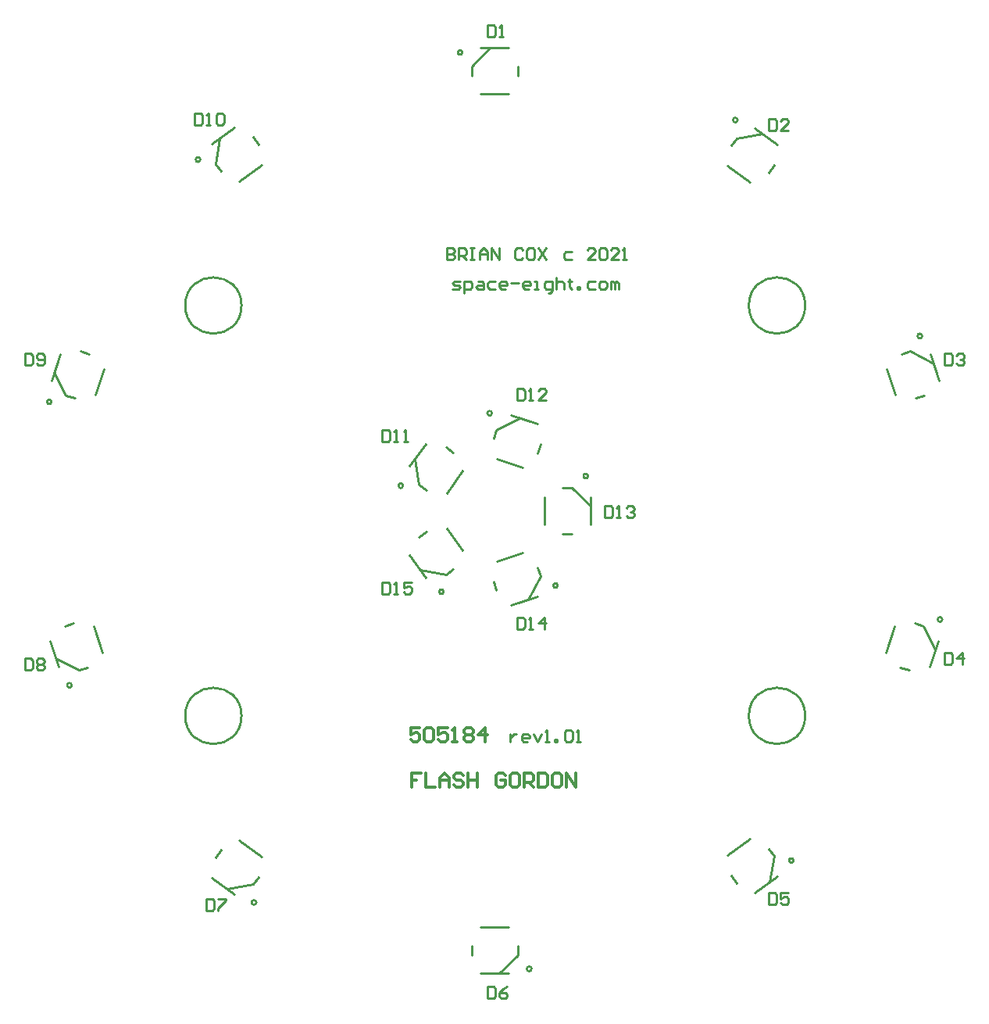
<source format=gto>
%FSLAX25Y25*%
%MOIN*%
G70*
G01*
G75*
G04 Layer_Color=65535*
%ADD10R,0.05906X0.05906*%
%ADD11P,0.08352X4X189.0*%
%ADD12P,0.08352X4X153.0*%
%ADD13P,0.08352X4X117.0*%
%ADD14P,0.08352X4X81.0*%
%ADD15P,0.08352X4X279.0*%
%ADD16P,0.08352X4X207.0*%
%ADD17R,0.05906X0.05906*%
%ADD18P,0.08352X4X63.0*%
%ADD19P,0.08352X4X351.0*%
%ADD20C,0.05000*%
%ADD21C,0.02500*%
%ADD22C,0.12500*%
%ADD23R,0.12500X0.12500*%
%ADD24C,0.16500*%
%ADD25C,0.04000*%
%ADD26R,0.08000X0.05000*%
%ADD27R,0.05000X0.08000*%
%ADD28R,0.17716X0.12205*%
%ADD29C,0.01000*%
%ADD30C,0.01200*%
D29*
X655500Y460500D02*
G03*
X655500Y460500I-12000J0D01*
G01*
X415000Y635500D02*
G03*
X415000Y635500I-12000J0D01*
G01*
X655500D02*
G03*
X655500Y635500I-12000J0D01*
G01*
X415000Y460500D02*
G03*
X415000Y460500I-12000J0D01*
G01*
X509221Y743374D02*
G03*
X509221Y743374I-984J0D01*
G01*
X626668Y714548D02*
G03*
X626668Y714548I-984J0D01*
G01*
X705411Y622474D02*
G03*
X705411Y622474I-984J0D01*
G01*
X714035Y501608D02*
G03*
X714035Y501608I-984J0D01*
G01*
X650557Y398808D02*
G03*
X650557Y398808I-984J0D01*
G01*
X538748Y352626D02*
G03*
X538748Y352626I-984J0D01*
G01*
X421300Y380952D02*
G03*
X421300Y380952I-984J0D01*
G01*
X342558Y473526D02*
G03*
X342558Y473526I-984J0D01*
G01*
X333933Y594392D02*
G03*
X333933Y594392I-984J0D01*
G01*
X397412Y697692D02*
G03*
X397412Y697692I-984J0D01*
G01*
X483936Y558684D02*
G03*
X483936Y558684I-984J0D01*
G01*
X521876Y589551D02*
G03*
X521876Y589551I-984J0D01*
G01*
X562858Y562764D02*
G03*
X562858Y562764I-984J0D01*
G01*
X549959Y516074D02*
G03*
X549959Y516074I-984J0D01*
G01*
X501292Y513428D02*
G03*
X501292Y513428I-984J0D01*
G01*
X513158Y737468D02*
X521032Y745342D01*
X517095Y725658D02*
X528905D01*
X517095Y745342D02*
X528905D01*
X532842Y733532D02*
Y737468D01*
X513158Y733532D02*
Y737468D01*
X626194Y706878D02*
X637193Y708620D01*
X622437Y695008D02*
X631992Y688066D01*
X634008Y710934D02*
X643563Y703992D01*
X639806Y692122D02*
X642120Y695307D01*
X623880Y703693D02*
X626194Y706878D01*
X700331Y615969D02*
X710253Y610914D01*
X690314Y608575D02*
X693964Y597342D01*
X709036Y614658D02*
X712686Y603425D01*
X702669Y596031D02*
X706414Y597248D01*
X696586Y614752D02*
X700331Y615969D01*
X705914Y498752D02*
X710969Y488831D01*
X689814Y487425D02*
X693464Y498658D01*
X708536Y481342D02*
X712186Y492575D01*
X696086Y481248D02*
X699831Y480031D01*
X702169Y499969D02*
X705914Y498752D01*
X640378Y389694D02*
X642120Y400693D01*
X622437Y400992D02*
X631992Y407934D01*
X634008Y385066D02*
X643563Y392008D01*
X623880Y392307D02*
X626194Y389122D01*
X639806Y403878D02*
X642120Y400693D01*
X524968Y350658D02*
X532842Y358531D01*
X517095Y370342D02*
X528905D01*
X517095Y350658D02*
X528905D01*
X513158Y358531D02*
Y362469D01*
X532842Y358531D02*
Y362469D01*
X408807Y386880D02*
X419806Y388622D01*
X414008Y407434D02*
X423563Y400492D01*
X402437Y391508D02*
X411992Y384566D01*
X403880Y400193D02*
X406194Y403378D01*
X419806Y388622D02*
X422120Y391807D01*
X335748Y485086D02*
X345669Y480031D01*
X352036Y498658D02*
X355686Y487425D01*
X333314Y492575D02*
X336964Y481342D01*
X339586Y498752D02*
X343331Y499969D01*
X345669Y480031D02*
X349414Y481248D01*
X335031Y607169D02*
X340086Y597248D01*
X352536Y597342D02*
X356186Y608575D01*
X333814Y603425D02*
X337464Y614658D01*
X346169Y615969D02*
X349914Y614752D01*
X340086Y597248D02*
X343831Y596031D01*
X403880Y695807D02*
X405622Y706806D01*
X414008Y688566D02*
X423563Y695508D01*
X402437Y704492D02*
X411992Y711434D01*
X419806Y707378D02*
X422120Y704193D01*
X403880Y695807D02*
X406194Y692622D01*
X488880Y570193D02*
X490622Y559194D01*
X502492Y555437D02*
X509434Y564992D01*
X486566Y567008D02*
X493508Y576563D01*
X502193Y575120D02*
X505378Y572806D01*
X490622Y559194D02*
X493807Y556880D01*
X523747Y582414D02*
X533669Y587469D01*
X523842Y569964D02*
X535075Y566314D01*
X529925Y588686D02*
X541158Y585036D01*
X541253Y572586D02*
X542469Y576331D01*
X522531Y578669D02*
X523747Y582414D01*
X555969Y557842D02*
X563842Y549968D01*
X544158Y542095D02*
Y553905D01*
X563842Y542095D02*
Y553905D01*
X552032Y538158D02*
X555969D01*
X552032Y557842D02*
X555969D01*
X537414Y510248D02*
X542469Y520169D01*
X523842Y526536D02*
X535075Y530186D01*
X529925Y507814D02*
X541158Y511464D01*
X522531Y517831D02*
X523747Y514086D01*
X541253Y523914D02*
X542469Y520169D01*
X491194Y522622D02*
X502193Y520880D01*
X502492Y540563D02*
X509434Y531008D01*
X486566Y528992D02*
X493508Y519437D01*
X490622Y536806D02*
X493807Y539120D01*
X502193Y520880D02*
X505378Y523194D01*
X505000Y642500D02*
X507499D01*
X508332Y643333D01*
X507499Y644166D01*
X505833D01*
X505000Y644999D01*
X505833Y645832D01*
X508332D01*
X509998Y640834D02*
Y645832D01*
X512498D01*
X513331Y644999D01*
Y643333D01*
X512498Y642500D01*
X509998D01*
X515830Y645832D02*
X517496D01*
X518329Y644999D01*
Y642500D01*
X515830D01*
X514997Y643333D01*
X515830Y644166D01*
X518329D01*
X523327Y645832D02*
X520828D01*
X519995Y644999D01*
Y643333D01*
X520828Y642500D01*
X523327D01*
X527493D02*
X525827D01*
X524994Y643333D01*
Y644999D01*
X525827Y645832D01*
X527493D01*
X528326Y644999D01*
Y644166D01*
X524994D01*
X529992Y644999D02*
X533324D01*
X537490Y642500D02*
X535823D01*
X534990Y643333D01*
Y644999D01*
X535823Y645832D01*
X537490D01*
X538322Y644999D01*
Y644166D01*
X534990D01*
X539989Y642500D02*
X541655D01*
X540822D01*
Y645832D01*
X539989D01*
X545820Y640834D02*
X546653D01*
X547486Y641667D01*
Y645832D01*
X544987D01*
X544154Y644999D01*
Y643333D01*
X544987Y642500D01*
X547486D01*
X549152Y647498D02*
Y642500D01*
Y644999D01*
X549985Y645832D01*
X551652D01*
X552485Y644999D01*
Y642500D01*
X554984Y646665D02*
Y645832D01*
X554151D01*
X555817D01*
X554984D01*
Y643333D01*
X555817Y642500D01*
X558316D02*
Y643333D01*
X559149D01*
Y642500D01*
X558316D01*
X565814Y645832D02*
X563314D01*
X562481Y644999D01*
Y643333D01*
X563314Y642500D01*
X565814D01*
X568313D02*
X569979D01*
X570812Y643333D01*
Y644999D01*
X569979Y645832D01*
X568313D01*
X567480Y644999D01*
Y643333D01*
X568313Y642500D01*
X572478D02*
Y645832D01*
X573311D01*
X574144Y644999D01*
Y642500D01*
Y644999D01*
X574977Y645832D01*
X575810Y644999D01*
Y642500D01*
X502500Y659998D02*
Y655000D01*
X504999D01*
X505832Y655833D01*
Y656666D01*
X504999Y657499D01*
X502500D01*
X504999D01*
X505832Y658332D01*
Y659165D01*
X504999Y659998D01*
X502500D01*
X507498Y655000D02*
Y659998D01*
X509998D01*
X510831Y659165D01*
Y657499D01*
X509998Y656666D01*
X507498D01*
X509164D02*
X510831Y655000D01*
X512497Y659998D02*
X514163D01*
X513330D01*
Y655000D01*
X512497D01*
X514163D01*
X516662D02*
Y658332D01*
X518328Y659998D01*
X519994Y658332D01*
Y655000D01*
Y657499D01*
X516662D01*
X521661Y655000D02*
Y659998D01*
X524993Y655000D01*
Y659998D01*
X534990Y659165D02*
X534156Y659998D01*
X532490D01*
X531657Y659165D01*
Y655833D01*
X532490Y655000D01*
X534156D01*
X534990Y655833D01*
X539155Y659998D02*
X537489D01*
X536656Y659165D01*
Y655833D01*
X537489Y655000D01*
X539155D01*
X539988Y655833D01*
Y659165D01*
X539155Y659998D01*
X541654D02*
X544986Y655000D01*
Y659998D02*
X541654Y655000D01*
X555832Y658332D02*
X553333D01*
X552500Y657499D01*
Y655833D01*
X553333Y655000D01*
X555832D01*
X565829D02*
X562497D01*
X565829Y658332D01*
Y659165D01*
X564996Y659998D01*
X563330D01*
X562497Y659165D01*
X567495D02*
X568328Y659998D01*
X569994D01*
X570827Y659165D01*
Y655833D01*
X569994Y655000D01*
X568328D01*
X567495Y655833D01*
Y659165D01*
X575826Y655000D02*
X572494D01*
X575826Y658332D01*
Y659165D01*
X574993Y659998D01*
X573327D01*
X572494Y659165D01*
X577492Y655000D02*
X579158D01*
X578325D01*
Y659998D01*
X577492Y659165D01*
X475000Y517498D02*
Y512500D01*
X477499D01*
X478332Y513333D01*
Y516665D01*
X477499Y517498D01*
X475000D01*
X479998Y512500D02*
X481665D01*
X480831D01*
Y517498D01*
X479998Y516665D01*
X487496Y517498D02*
X484164D01*
Y514999D01*
X485830Y515832D01*
X486663D01*
X487496Y514999D01*
Y513333D01*
X486663Y512500D01*
X484997D01*
X484164Y513333D01*
X532500Y502498D02*
Y497500D01*
X534999D01*
X535832Y498333D01*
Y501665D01*
X534999Y502498D01*
X532500D01*
X537498Y497500D02*
X539164D01*
X538331D01*
Y502498D01*
X537498Y501665D01*
X544163Y497500D02*
Y502498D01*
X541664Y499999D01*
X544996D01*
X570000Y549998D02*
Y545000D01*
X572499D01*
X573332Y545833D01*
Y549165D01*
X572499Y549998D01*
X570000D01*
X574998Y545000D02*
X576664D01*
X575831D01*
Y549998D01*
X574998Y549165D01*
X579164D02*
X579997Y549998D01*
X581663D01*
X582496Y549165D01*
Y548332D01*
X581663Y547499D01*
X580830D01*
X581663D01*
X582496Y546666D01*
Y545833D01*
X581663Y545000D01*
X579997D01*
X579164Y545833D01*
X532500Y599998D02*
Y595000D01*
X534999D01*
X535832Y595833D01*
Y599165D01*
X534999Y599998D01*
X532500D01*
X537498Y595000D02*
X539164D01*
X538331D01*
Y599998D01*
X537498Y599165D01*
X544996Y595000D02*
X541664D01*
X544996Y598332D01*
Y599165D01*
X544163Y599998D01*
X542497D01*
X541664Y599165D01*
X475000Y582498D02*
Y577500D01*
X477499D01*
X478332Y578333D01*
Y581665D01*
X477499Y582498D01*
X475000D01*
X479998Y577500D02*
X481665D01*
X480831D01*
Y582498D01*
X479998Y581665D01*
X484164Y577500D02*
X485830D01*
X484997D01*
Y582498D01*
X484164Y581665D01*
X395000Y717498D02*
Y712500D01*
X397499D01*
X398332Y713333D01*
Y716665D01*
X397499Y717498D01*
X395000D01*
X399998Y712500D02*
X401664D01*
X400831D01*
Y717498D01*
X399998Y716665D01*
X404164D02*
X404997Y717498D01*
X406663D01*
X407496Y716665D01*
Y713333D01*
X406663Y712500D01*
X404997D01*
X404164Y713333D01*
Y716665D01*
X322500Y614998D02*
Y610000D01*
X324999D01*
X325832Y610833D01*
Y614165D01*
X324999Y614998D01*
X322500D01*
X327498Y610833D02*
X328331Y610000D01*
X329998D01*
X330831Y610833D01*
Y614165D01*
X329998Y614998D01*
X328331D01*
X327498Y614165D01*
Y613332D01*
X328331Y612499D01*
X330831D01*
X322500Y484998D02*
Y480000D01*
X324999D01*
X325832Y480833D01*
Y484165D01*
X324999Y484998D01*
X322500D01*
X327498Y484165D02*
X328331Y484998D01*
X329998D01*
X330831Y484165D01*
Y483332D01*
X329998Y482499D01*
X330831Y481666D01*
Y480833D01*
X329998Y480000D01*
X328331D01*
X327498Y480833D01*
Y481666D01*
X328331Y482499D01*
X327498Y483332D01*
Y484165D01*
X328331Y482499D02*
X329998D01*
X400000Y382498D02*
Y377500D01*
X402499D01*
X403332Y378333D01*
Y381665D01*
X402499Y382498D01*
X400000D01*
X404998D02*
X408331D01*
Y381665D01*
X404998Y378333D01*
Y377500D01*
X520000Y344998D02*
Y340000D01*
X522499D01*
X523332Y340833D01*
Y344165D01*
X522499Y344998D01*
X520000D01*
X528331D02*
X526664Y344165D01*
X524998Y342499D01*
Y340833D01*
X525831Y340000D01*
X527498D01*
X528331Y340833D01*
Y341666D01*
X527498Y342499D01*
X524998D01*
X640000Y384998D02*
Y380000D01*
X642499D01*
X643332Y380833D01*
Y384165D01*
X642499Y384998D01*
X640000D01*
X648331D02*
X644998D01*
Y382499D01*
X646664Y383332D01*
X647498D01*
X648331Y382499D01*
Y380833D01*
X647498Y380000D01*
X645831D01*
X644998Y380833D01*
X715000Y487498D02*
Y482500D01*
X717499D01*
X718332Y483333D01*
Y486665D01*
X717499Y487498D01*
X715000D01*
X722498Y482500D02*
Y487498D01*
X719998Y484999D01*
X723331D01*
X715000Y614998D02*
Y610000D01*
X717499D01*
X718332Y610833D01*
Y614165D01*
X717499Y614998D01*
X715000D01*
X719998Y614165D02*
X720831Y614998D01*
X722498D01*
X723331Y614165D01*
Y613332D01*
X722498Y612499D01*
X721664D01*
X722498D01*
X723331Y611666D01*
Y610833D01*
X722498Y610000D01*
X720831D01*
X719998Y610833D01*
X640000Y714998D02*
Y710000D01*
X642499D01*
X643332Y710833D01*
Y714165D01*
X642499Y714998D01*
X640000D01*
X648331Y710000D02*
X644998D01*
X648331Y713332D01*
Y714165D01*
X647498Y714998D01*
X645831D01*
X644998Y714165D01*
X520000Y754998D02*
Y750000D01*
X522499D01*
X523332Y750833D01*
Y754165D01*
X522499Y754998D01*
X520000D01*
X524998Y750000D02*
X526664D01*
X525831D01*
Y754998D01*
X524998Y754165D01*
X529619Y452836D02*
Y449504D01*
Y451170D01*
X530452Y452003D01*
X531285Y452836D01*
X532119D01*
X537117Y449504D02*
X535451D01*
X534618Y450337D01*
Y452003D01*
X535451Y452836D01*
X537117D01*
X537950Y452003D01*
Y451170D01*
X534618D01*
X539616Y452836D02*
X541282Y449504D01*
X542948Y452836D01*
X544615Y449504D02*
X546281D01*
X545447D01*
Y454502D01*
X544615Y453669D01*
X548780Y449504D02*
Y450337D01*
X549613D01*
Y449504D01*
X548780D01*
X552945Y453669D02*
X553778Y454502D01*
X555444D01*
X556277Y453669D01*
Y450337D01*
X555444Y449504D01*
X553778D01*
X552945Y450337D01*
Y453669D01*
X557943Y449504D02*
X559610D01*
X558777D01*
Y454502D01*
X557943Y453669D01*
D30*
X491118Y455502D02*
X487119D01*
Y452503D01*
X489119Y453503D01*
X490118D01*
X491118Y452503D01*
Y450504D01*
X490118Y449504D01*
X488119D01*
X487119Y450504D01*
X493117Y454502D02*
X494117Y455502D01*
X496116D01*
X497116Y454502D01*
Y450504D01*
X496116Y449504D01*
X494117D01*
X493117Y450504D01*
Y454502D01*
X503114Y455502D02*
X499115D01*
Y452503D01*
X501115Y453503D01*
X502114D01*
X503114Y452503D01*
Y450504D01*
X502114Y449504D01*
X500115D01*
X499115Y450504D01*
X505114Y449504D02*
X507113D01*
X506113D01*
Y455502D01*
X505114Y454502D01*
X510112D02*
X511111Y455502D01*
X513111D01*
X514111Y454502D01*
Y453503D01*
X513111Y452503D01*
X514111Y451503D01*
Y450504D01*
X513111Y449504D01*
X511111D01*
X510112Y450504D01*
Y451503D01*
X511111Y452503D01*
X510112Y453503D01*
Y454502D01*
X511111Y452503D02*
X513111D01*
X519109Y449504D02*
Y455502D01*
X516110Y452503D01*
X520109D01*
X491499Y435998D02*
X487500D01*
Y432999D01*
X489499D01*
X487500D01*
Y430000D01*
X493498Y435998D02*
Y430000D01*
X497497D01*
X499496D02*
Y433999D01*
X501496Y435998D01*
X503495Y433999D01*
Y430000D01*
Y432999D01*
X499496D01*
X509493Y434998D02*
X508493Y435998D01*
X506494D01*
X505494Y434998D01*
Y433999D01*
X506494Y432999D01*
X508493D01*
X509493Y431999D01*
Y431000D01*
X508493Y430000D01*
X506494D01*
X505494Y431000D01*
X511492Y435998D02*
Y430000D01*
Y432999D01*
X515491D01*
Y435998D01*
Y430000D01*
X527487Y434998D02*
X526487Y435998D01*
X524488D01*
X523488Y434998D01*
Y431000D01*
X524488Y430000D01*
X526487D01*
X527487Y431000D01*
Y432999D01*
X525488D01*
X532485Y435998D02*
X530486D01*
X529486Y434998D01*
Y431000D01*
X530486Y430000D01*
X532485D01*
X533485Y431000D01*
Y434998D01*
X532485Y435998D01*
X535485Y430000D02*
Y435998D01*
X538483D01*
X539483Y434998D01*
Y432999D01*
X538483Y431999D01*
X535485D01*
X537484D02*
X539483Y430000D01*
X541482Y435998D02*
Y430000D01*
X544482D01*
X545481Y431000D01*
Y434998D01*
X544482Y435998D01*
X541482D01*
X550480D02*
X548480D01*
X547481Y434998D01*
Y431000D01*
X548480Y430000D01*
X550480D01*
X551479Y431000D01*
Y434998D01*
X550480Y435998D01*
X553479Y430000D02*
Y435998D01*
X557477Y430000D01*
Y435998D01*
M02*

</source>
